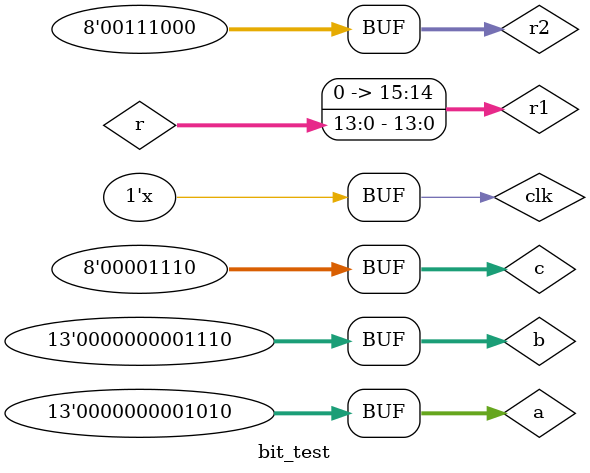
<source format=v>
`timescale 1ns/1ps
`define CLK_PERIOD 20//50MHZ


module bit_test();

reg clk;
wire [15:0] sum;
wire [13:0] r;
reg [12:0] a;
reg [12:0] b;
reg [7:0] c;
wire [15:0] r1;
assign r1 = {2'b0,r};
wire [7:0] r2;
assign r2 = c<<2;
initial begin
    clk = 1;
    #(`CLK_PERIOD*2);
    a <= 13'b0_0000_0000_0010;
    b <= 13'b0_0000_0000_0110;
    c <= 8'b0000_0001;
    #(`CLK_PERIOD*2);
    a <= 13'b0_0000_0000_1010;
    b <= 13'b0_0000_0000_1110;
    c <= 8'b0000_1110;
end
always #(`CLK_PERIOD/2) clk = ~clk;

fix_add add_inst1(
    .A({3'b0,a}),
    .B({3'b0,b}),
    .CLK(clk),
    .CE(1'b1),
    .S(sum)
);

mul36 mul36_inst(
    .A(c),
    .P(r)
);
endmodule

</source>
